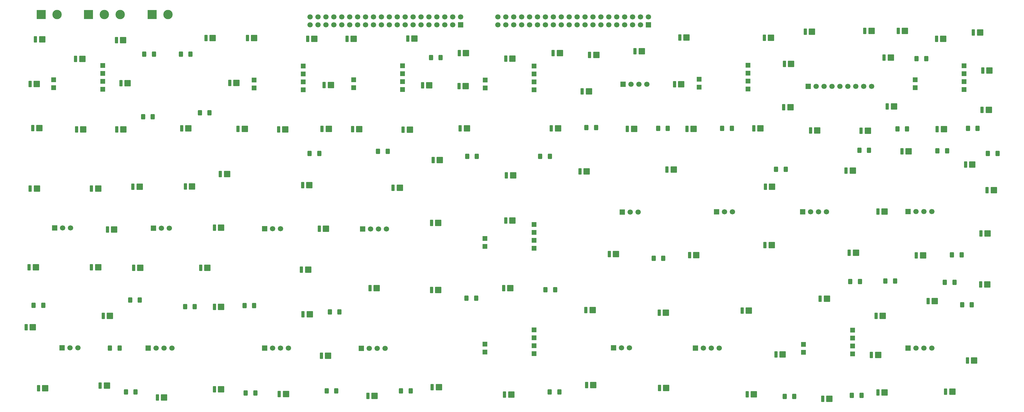
<source format=gbr>
%TF.GenerationSoftware,KiCad,Pcbnew,9.0.2*%
%TF.CreationDate,2025-07-01T18:23:21+02:00*%
%TF.ProjectId,lights,6c696768-7473-42e6-9b69-6361645f7063,rev?*%
%TF.SameCoordinates,Original*%
%TF.FileFunction,Soldermask,Top*%
%TF.FilePolarity,Negative*%
%FSLAX46Y46*%
G04 Gerber Fmt 4.6, Leading zero omitted, Abs format (unit mm)*
G04 Created by KiCad (PCBNEW 9.0.2) date 2025-07-01 18:23:21*
%MOMM*%
%LPD*%
G01*
G04 APERTURE LIST*
G04 Aperture macros list*
%AMRoundRect*
0 Rectangle with rounded corners*
0 $1 Rounding radius*
0 $2 $3 $4 $5 $6 $7 $8 $9 X,Y pos of 4 corners*
0 Add a 4 corners polygon primitive as box body*
4,1,4,$2,$3,$4,$5,$6,$7,$8,$9,$2,$3,0*
0 Add four circle primitives for the rounded corners*
1,1,$1+$1,$2,$3*
1,1,$1+$1,$4,$5*
1,1,$1+$1,$6,$7*
1,1,$1+$1,$8,$9*
0 Add four rect primitives between the rounded corners*
20,1,$1+$1,$2,$3,$4,$5,0*
20,1,$1+$1,$4,$5,$6,$7,0*
20,1,$1+$1,$6,$7,$8,$9,0*
20,1,$1+$1,$8,$9,$2,$3,0*%
G04 Aperture macros list end*
%ADD10R,3.000000X3.000000*%
%ADD11C,3.000000*%
%ADD12RoundRect,0.165000X-0.385000X-0.885000X0.385000X-0.885000X0.385000X0.885000X-0.385000X0.885000X0*%
%ADD13RoundRect,0.315000X-0.735000X-0.735000X0.735000X-0.735000X0.735000X0.735000X-0.735000X0.735000X0*%
%ADD14RoundRect,0.250000X-0.400000X-0.625000X0.400000X-0.625000X0.400000X0.625000X-0.400000X0.625000X0*%
%ADD15R,1.700000X1.700000*%
%ADD16C,1.700000*%
%ADD17R,1.500000X1.500000*%
G04 APERTURE END LIST*
D10*
%TO.C,J22*%
X93575000Y-82250000D03*
D11*
X98655000Y-82250000D03*
%TD*%
D12*
%TO.C,D83*%
X183360000Y-201700000D03*
D13*
X185510000Y-201700000D03*
%TD*%
D14*
%TO.C,R25*%
X80050000Y-189200000D03*
X83150000Y-189200000D03*
%TD*%
%TO.C,R2*%
X90700000Y-115000000D03*
X93800000Y-115000000D03*
%TD*%
D12*
%TO.C,D34*%
X248400000Y-94050000D03*
D13*
X250550000Y-94050000D03*
%TD*%
D12*
%TO.C,D56*%
X74160000Y-163300000D03*
D13*
X76310000Y-163300000D03*
%TD*%
D14*
%TO.C,R5*%
X144100000Y-126800000D03*
X147200000Y-126800000D03*
%TD*%
D12*
%TO.C,D36*%
X265060000Y-118900000D03*
D13*
X267210000Y-118900000D03*
%TD*%
D15*
%TO.C,J5*%
X64760000Y-189100000D03*
D16*
X67300000Y-189100000D03*
X69840000Y-189100000D03*
%TD*%
D17*
%TO.C,KR3*%
X142000000Y-98800000D03*
X142000000Y-101340000D03*
X142000000Y-103880000D03*
X142000000Y-106420000D03*
X126300000Y-103300000D03*
X126300000Y-105840000D03*
%TD*%
D12*
%TO.C,D98*%
X338560000Y-159500000D03*
D13*
X340710000Y-159500000D03*
%TD*%
D12*
%TO.C,D4*%
X82260000Y-119100000D03*
D13*
X84410000Y-119100000D03*
%TD*%
D12*
%TO.C,D70*%
X141960000Y-178400000D03*
D13*
X144110000Y-178400000D03*
%TD*%
D12*
%TO.C,D60*%
X115460000Y-133400000D03*
D13*
X117610000Y-133400000D03*
%TD*%
D14*
%TO.C,R14*%
X332500000Y-118900000D03*
X335600000Y-118900000D03*
%TD*%
D12*
%TO.C,D18*%
X157860000Y-119000000D03*
D13*
X160010000Y-119000000D03*
%TD*%
D12*
%TO.C,D76*%
X113560000Y-202400000D03*
D13*
X115710000Y-202400000D03*
%TD*%
D14*
%TO.C,R32*%
X293600000Y-131900000D03*
X296700000Y-131900000D03*
%TD*%
D12*
%TO.C,D16*%
X134160000Y-119100000D03*
D13*
X136310000Y-119100000D03*
%TD*%
D12*
%TO.C,D74*%
X76960000Y-201200000D03*
D13*
X79110000Y-201200000D03*
%TD*%
D12*
%TO.C,D106*%
X293560000Y-191200000D03*
D13*
X295710000Y-191200000D03*
%TD*%
D12*
%TO.C,D3*%
X83600000Y-104300000D03*
D13*
X85750000Y-104300000D03*
%TD*%
D12*
%TO.C,D31*%
X245950000Y-118900000D03*
D13*
X248100000Y-118900000D03*
%TD*%
D12*
%TO.C,D40*%
X296060000Y-112000000D03*
D13*
X298210000Y-112000000D03*
%TD*%
D12*
%TO.C,D79*%
X147860000Y-191700000D03*
D13*
X150010000Y-191700000D03*
%TD*%
D12*
%TO.C,D45*%
X322060000Y-87500000D03*
D13*
X324210000Y-87500000D03*
%TD*%
D12*
%TO.C,D113*%
X359160000Y-168800000D03*
D13*
X361310000Y-168800000D03*
%TD*%
D12*
%TO.C,D92*%
X290160000Y-137500000D03*
D13*
X292310000Y-137500000D03*
%TD*%
D15*
%TO.C,J15*%
X241500000Y-189100000D03*
D16*
X244040000Y-189100000D03*
X246580000Y-189100000D03*
%TD*%
D12*
%TO.C,D101*%
X232860000Y-201100000D03*
D13*
X235010000Y-201100000D03*
%TD*%
D12*
%TO.C,D26*%
X222150000Y-94600000D03*
D13*
X224300000Y-94600000D03*
%TD*%
D12*
%TO.C,D49*%
X359860000Y-100200000D03*
D13*
X362010000Y-100200000D03*
%TD*%
D12*
%TO.C,D2*%
X82160000Y-90500000D03*
D13*
X84310000Y-90500000D03*
%TD*%
D14*
%TO.C,R19*%
X55600000Y-175500000D03*
X58700000Y-175500000D03*
%TD*%
D12*
%TO.C,D13*%
X148760000Y-104900000D03*
D13*
X150910000Y-104900000D03*
%TD*%
D12*
%TO.C,D107*%
X284360000Y-204000000D03*
D13*
X286510000Y-204000000D03*
%TD*%
D12*
%TO.C,D39*%
X296260000Y-98100000D03*
D13*
X298410000Y-98100000D03*
%TD*%
D12*
%TO.C,D68*%
X183160000Y-149100000D03*
D13*
X185310000Y-149100000D03*
%TD*%
D14*
%TO.C,R34*%
X347700000Y-168100000D03*
X350800000Y-168100000D03*
%TD*%
D12*
%TO.C,D1*%
X56200000Y-90200000D03*
D13*
X58350000Y-90200000D03*
%TD*%
D12*
%TO.C,D109*%
X342360000Y-174100000D03*
D13*
X344510000Y-174100000D03*
%TD*%
D12*
%TO.C,D103*%
X256250000Y-202000000D03*
D13*
X258400000Y-202000000D03*
%TD*%
D14*
%TO.C,R22*%
X123200000Y-175600000D03*
X126300000Y-175600000D03*
%TD*%
D12*
%TO.C,D37*%
X286460000Y-118800000D03*
D13*
X288610000Y-118800000D03*
%TD*%
D12*
%TO.C,D62*%
X113560000Y-150600000D03*
D13*
X115710000Y-150600000D03*
%TD*%
D12*
%TO.C,D89*%
X240160000Y-159100000D03*
D13*
X242310000Y-159100000D03*
%TD*%
D12*
%TO.C,D25*%
X206960000Y-96400000D03*
D13*
X209110000Y-96400000D03*
%TD*%
D12*
%TO.C,D86*%
X206260000Y-170000000D03*
D13*
X208410000Y-170000000D03*
%TD*%
D12*
%TO.C,D105*%
X307760000Y-173400000D03*
D13*
X309910000Y-173400000D03*
%TD*%
D12*
%TO.C,D88*%
X230760000Y-132600000D03*
D13*
X232910000Y-132600000D03*
%TD*%
D12*
%TO.C,D44*%
X328250000Y-96100000D03*
D13*
X330400000Y-96100000D03*
%TD*%
D12*
%TO.C,D21*%
X175560000Y-90000000D03*
D13*
X177710000Y-90000000D03*
%TD*%
D14*
%TO.C,R28*%
X173400000Y-202900000D03*
X176500000Y-202900000D03*
%TD*%
%TO.C,R27*%
X123600000Y-203600000D03*
X126700000Y-203600000D03*
%TD*%
D12*
%TO.C,D47*%
X356860000Y-88000000D03*
D13*
X359010000Y-88000000D03*
%TD*%
D12*
%TO.C,D114*%
X326260000Y-203400000D03*
D13*
X328410000Y-203400000D03*
%TD*%
D14*
%TO.C,R15*%
X355100000Y-118800000D03*
X358200000Y-118800000D03*
%TD*%
D12*
%TO.C,D85*%
X206960000Y-148300000D03*
D13*
X209110000Y-148300000D03*
%TD*%
D12*
%TO.C,D7*%
X55300000Y-118700000D03*
D13*
X57450000Y-118700000D03*
%TD*%
D14*
%TO.C,R40*%
X361500000Y-126800000D03*
X364600000Y-126800000D03*
%TD*%
D15*
%TO.C,J6*%
X92360000Y-189200000D03*
D16*
X94900000Y-189200000D03*
X97440000Y-189200000D03*
X99980000Y-189200000D03*
%TD*%
D12*
%TO.C,D82*%
X183160000Y-170600000D03*
D13*
X185310000Y-170600000D03*
%TD*%
D17*
%TO.C,KR9*%
X284650000Y-98550000D03*
X284650000Y-101090000D03*
X284650000Y-103630000D03*
X284650000Y-106170000D03*
X268950000Y-103050000D03*
X268950000Y-105590000D03*
%TD*%
%TO.C,KR2*%
X353900000Y-98660000D03*
X353900000Y-101200000D03*
X353900000Y-103740000D03*
X353900000Y-106280000D03*
X338200000Y-103160000D03*
X338200000Y-105700000D03*
%TD*%
D12*
%TO.C,D80*%
X162760000Y-204500000D03*
D13*
X164910000Y-204500000D03*
%TD*%
D14*
%TO.C,R16*%
X338650000Y-96400000D03*
X341750000Y-96400000D03*
%TD*%
D12*
%TO.C,D95*%
X317050000Y-158600000D03*
D13*
X319200000Y-158600000D03*
%TD*%
D12*
%TO.C,D104*%
X282750000Y-177200000D03*
D13*
X284900000Y-177200000D03*
%TD*%
D12*
%TO.C,D24*%
X192360000Y-118800000D03*
D13*
X194510000Y-118800000D03*
%TD*%
D12*
%TO.C,D57*%
X79260000Y-151200000D03*
D13*
X81410000Y-151200000D03*
%TD*%
D12*
%TO.C,D5*%
X69060000Y-96500000D03*
D13*
X71210000Y-96500000D03*
%TD*%
D12*
%TO.C,D90*%
X258650000Y-132000000D03*
D13*
X260800000Y-132000000D03*
%TD*%
D14*
%TO.C,R10*%
X232800000Y-118500000D03*
X235900000Y-118500000D03*
%TD*%
D15*
%TO.C,J2*%
X62360000Y-150700000D03*
D16*
X64900000Y-150700000D03*
X67440000Y-150700000D03*
%TD*%
D14*
%TO.C,R26*%
X104150000Y-175900000D03*
X107250000Y-175900000D03*
%TD*%
D12*
%TO.C,D28*%
X191960000Y-105200000D03*
D13*
X194110000Y-105200000D03*
%TD*%
D14*
%TO.C,R1*%
X91100000Y-95000000D03*
X94200000Y-95000000D03*
%TD*%
D12*
%TO.C,D42*%
X320860000Y-119500000D03*
D13*
X323010000Y-119500000D03*
%TD*%
D12*
%TO.C,D72*%
X53200000Y-182500000D03*
D13*
X55350000Y-182500000D03*
%TD*%
D12*
%TO.C,D99*%
X359250000Y-152500000D03*
D13*
X361400000Y-152500000D03*
%TD*%
D12*
%TO.C,D51*%
X345260000Y-119000000D03*
D13*
X347410000Y-119000000D03*
%TD*%
D12*
%TO.C,D91*%
X265860000Y-159400000D03*
D13*
X268010000Y-159400000D03*
%TD*%
D12*
%TO.C,D78*%
X134360000Y-203900000D03*
D13*
X136510000Y-203900000D03*
%TD*%
D15*
%TO.C,J13*%
X303940000Y-105300000D03*
D16*
X306480000Y-105300000D03*
X309020000Y-105300000D03*
X311560000Y-105300000D03*
X314100000Y-105300000D03*
X316640000Y-105300000D03*
X319180000Y-105300000D03*
X321720000Y-105300000D03*
X324260000Y-105300000D03*
%TD*%
D12*
%TO.C,D15*%
X148060000Y-118900000D03*
D13*
X150210000Y-118900000D03*
%TD*%
D17*
%TO.C,KR6*%
X216000000Y-183400000D03*
X216000000Y-185940000D03*
X216000000Y-188480000D03*
X216000000Y-191020000D03*
X200300000Y-187900000D03*
X200300000Y-190440000D03*
%TD*%
D12*
%TO.C,D73*%
X57200000Y-202100000D03*
D13*
X59350000Y-202100000D03*
%TD*%
D12*
%TO.C,D29*%
X233850000Y-95200000D03*
D13*
X236000000Y-95200000D03*
%TD*%
D14*
%TO.C,R24*%
X149550000Y-202900000D03*
X152650000Y-202900000D03*
%TD*%
D12*
%TO.C,D14*%
X121160000Y-118900000D03*
D13*
X123310000Y-118900000D03*
%TD*%
D14*
%TO.C,R38*%
X317400000Y-167900000D03*
X320500000Y-167900000D03*
%TD*%
D12*
%TO.C,D102*%
X256150000Y-177900000D03*
D13*
X258300000Y-177900000D03*
%TD*%
D14*
%TO.C,R18*%
X350000000Y-159300000D03*
X353100000Y-159300000D03*
%TD*%
D12*
%TO.C,D38*%
X302960000Y-87800000D03*
D13*
X305110000Y-87800000D03*
%TD*%
D12*
%TO.C,D65*%
X147160000Y-150900000D03*
D13*
X149310000Y-150900000D03*
%TD*%
D12*
%TO.C,D63*%
X109160000Y-163500000D03*
D13*
X111310000Y-163500000D03*
%TD*%
D12*
%TO.C,D48*%
X345060000Y-90100000D03*
D13*
X347210000Y-90100000D03*
%TD*%
D12*
%TO.C,D46*%
X332750000Y-87500000D03*
D13*
X334900000Y-87500000D03*
%TD*%
D12*
%TO.C,D66*%
X141460000Y-164100000D03*
D13*
X143610000Y-164100000D03*
%TD*%
D14*
%TO.C,R11*%
X255800000Y-118800000D03*
X258900000Y-118800000D03*
%TD*%
D12*
%TO.C,D20*%
X174060000Y-119200000D03*
D13*
X176210000Y-119200000D03*
%TD*%
D12*
%TO.C,D19*%
X103060000Y-118800000D03*
D13*
X105210000Y-118800000D03*
%TD*%
D12*
%TO.C,D9*%
X110860000Y-89800000D03*
D13*
X113010000Y-89800000D03*
%TD*%
D12*
%TO.C,D71*%
X77900000Y-178900000D03*
D13*
X80050000Y-178900000D03*
%TD*%
D12*
%TO.C,D100*%
X232660000Y-177000000D03*
D13*
X234810000Y-177000000D03*
%TD*%
D15*
%TO.C,J17*%
X335890000Y-145400000D03*
D16*
X338430000Y-145400000D03*
X340970000Y-145400000D03*
X343510000Y-145400000D03*
%TD*%
D15*
%TO.C,J11*%
X244300000Y-145600000D03*
D16*
X246840000Y-145600000D03*
X249380000Y-145600000D03*
%TD*%
D14*
%TO.C,R7*%
X183000000Y-96100000D03*
X186100000Y-96100000D03*
%TD*%
%TO.C,R31*%
X254350000Y-160400000D03*
X257450000Y-160400000D03*
%TD*%
%TO.C,R29*%
X194350000Y-173200000D03*
X197450000Y-173200000D03*
%TD*%
%TO.C,R8*%
X194600000Y-127700000D03*
X197700000Y-127700000D03*
%TD*%
D12*
%TO.C,D55*%
X54160000Y-163300000D03*
D13*
X56310000Y-163300000D03*
%TD*%
D17*
%TO.C,KR7*%
X216050000Y-98750000D03*
X216050000Y-101290000D03*
X216050000Y-103830000D03*
X216050000Y-106370000D03*
X200350000Y-103250000D03*
X200350000Y-105790000D03*
%TD*%
D14*
%TO.C,R36*%
X296350000Y-204700000D03*
X299450000Y-204700000D03*
%TD*%
D12*
%TO.C,D87*%
X206560000Y-204100000D03*
D13*
X208710000Y-204100000D03*
%TD*%
D12*
%TO.C,D59*%
X104260000Y-137400000D03*
D13*
X106410000Y-137400000D03*
%TD*%
D12*
%TO.C,D58*%
X87460000Y-137500000D03*
D13*
X89610000Y-137500000D03*
%TD*%
D12*
%TO.C,D97*%
X326250000Y-145400000D03*
D13*
X328400000Y-145400000D03*
%TD*%
D14*
%TO.C,R33*%
X328650000Y-167700000D03*
X331750000Y-167700000D03*
%TD*%
D12*
%TO.C,D22*%
X180260000Y-105000000D03*
D13*
X182410000Y-105000000D03*
%TD*%
D12*
%TO.C,D81*%
X183660000Y-128900000D03*
D13*
X185810000Y-128900000D03*
%TD*%
D14*
%TO.C,R37*%
X317900000Y-204400000D03*
X321000000Y-204400000D03*
%TD*%
%TO.C,R17*%
X345350000Y-126000000D03*
X348450000Y-126000000D03*
%TD*%
%TO.C,R9*%
X218000000Y-127700000D03*
X221100000Y-127700000D03*
%TD*%
D12*
%TO.C,D17*%
X156060000Y-90100000D03*
D13*
X158210000Y-90100000D03*
%TD*%
D12*
%TO.C,D11*%
X118460000Y-104200000D03*
D13*
X120610000Y-104200000D03*
%TD*%
D12*
%TO.C,D64*%
X141860000Y-137000000D03*
D13*
X144010000Y-137000000D03*
%TD*%
D12*
%TO.C,D54*%
X74160000Y-138100000D03*
D13*
X76310000Y-138100000D03*
%TD*%
D14*
%TO.C,R4*%
X108900000Y-113800000D03*
X112000000Y-113800000D03*
%TD*%
D17*
%TO.C,KR8*%
X318100000Y-183480000D03*
X318100000Y-186020000D03*
X318100000Y-188560000D03*
X318100000Y-191100000D03*
X302400000Y-187980000D03*
X302400000Y-190520000D03*
%TD*%
D14*
%TO.C,R35*%
X221050000Y-203300000D03*
X224150000Y-203300000D03*
%TD*%
D15*
%TO.C,J18*%
X267760000Y-189200000D03*
D16*
X270300000Y-189200000D03*
X272840000Y-189200000D03*
X275380000Y-189200000D03*
%TD*%
D12*
%TO.C,D94*%
X316060000Y-132300000D03*
D13*
X318210000Y-132300000D03*
%TD*%
D12*
%TO.C,D10*%
X124160000Y-89800000D03*
D13*
X126310000Y-89800000D03*
%TD*%
D12*
%TO.C,D27*%
X221560000Y-118800000D03*
D13*
X223710000Y-118800000D03*
%TD*%
D12*
%TO.C,D93*%
X290060000Y-156200000D03*
D13*
X292210000Y-156200000D03*
%TD*%
D12*
%TO.C,D52*%
X354350000Y-130400000D03*
D13*
X356500000Y-130400000D03*
%TD*%
D15*
%TO.C,J16*%
X302160000Y-145500000D03*
D16*
X304700000Y-145500000D03*
X307240000Y-145500000D03*
X309780000Y-145500000D03*
%TD*%
D12*
%TO.C,D8*%
X69360000Y-119100000D03*
D13*
X71510000Y-119100000D03*
%TD*%
D12*
%TO.C,D112*%
X347960000Y-203200000D03*
D13*
X350110000Y-203200000D03*
%TD*%
D12*
%TO.C,D111*%
X325660000Y-178900000D03*
D13*
X327810000Y-178900000D03*
%TD*%
D12*
%TO.C,D41*%
X304660000Y-119400000D03*
D13*
X306810000Y-119400000D03*
%TD*%
D12*
%TO.C,D12*%
X143460000Y-90100000D03*
D13*
X145610000Y-90100000D03*
%TD*%
D15*
%TO.C,J12*%
X244560000Y-104600000D03*
D16*
X247100000Y-104600000D03*
X249640000Y-104600000D03*
X252180000Y-104600000D03*
%TD*%
D12*
%TO.C,D116*%
X361260000Y-138600000D03*
D13*
X363410000Y-138600000D03*
%TD*%
D12*
%TO.C,D108*%
X308560000Y-205500000D03*
D13*
X310710000Y-205500000D03*
%TD*%
D12*
%TO.C,D43*%
X329260000Y-111700000D03*
D13*
X331410000Y-111700000D03*
%TD*%
D14*
%TO.C,R21*%
X85200000Y-203300000D03*
X88300000Y-203300000D03*
%TD*%
D12*
%TO.C,D67*%
X170850000Y-137800000D03*
D13*
X173000000Y-137800000D03*
%TD*%
D12*
%TO.C,D32*%
X261060000Y-104600000D03*
D13*
X263210000Y-104600000D03*
%TD*%
D15*
%TO.C,J8*%
X161060000Y-151000000D03*
D16*
X163600000Y-151000000D03*
X166140000Y-151000000D03*
X168680000Y-151000000D03*
%TD*%
D17*
%TO.C,KR4*%
X216000000Y-149600000D03*
X216000000Y-152140000D03*
X216000000Y-154680000D03*
X216000000Y-157220000D03*
X200300000Y-154100000D03*
X200300000Y-156640000D03*
%TD*%
D12*
%TO.C,D77*%
X113560000Y-176000000D03*
D13*
X115710000Y-176000000D03*
%TD*%
D14*
%TO.C,R12*%
X276350000Y-118800000D03*
X279450000Y-118800000D03*
%TD*%
D15*
%TO.C,J9*%
X160690000Y-189300000D03*
D16*
X163230000Y-189300000D03*
X165770000Y-189300000D03*
X168310000Y-189300000D03*
%TD*%
D15*
%TO.C,J14*%
X274560000Y-145500000D03*
D16*
X277100000Y-145500000D03*
X279640000Y-145500000D03*
%TD*%
D12*
%TO.C,D30*%
X231460000Y-106900000D03*
D13*
X233610000Y-106900000D03*
%TD*%
D12*
%TO.C,D84*%
X207160000Y-133800000D03*
D13*
X209310000Y-133800000D03*
%TD*%
D12*
%TO.C,D33*%
X262760000Y-89600000D03*
D13*
X264910000Y-89600000D03*
%TD*%
D14*
%TO.C,R39*%
X353250000Y-175300000D03*
X356350000Y-175300000D03*
%TD*%
%TO.C,R3*%
X102800000Y-95000000D03*
X105900000Y-95000000D03*
%TD*%
D15*
%TO.C,J19*%
X335890000Y-189200000D03*
D16*
X338430000Y-189200000D03*
X340970000Y-189200000D03*
X343510000Y-189200000D03*
%TD*%
D12*
%TO.C,D69*%
X163460000Y-170000000D03*
D13*
X165610000Y-170000000D03*
%TD*%
D14*
%TO.C,R6*%
X166000000Y-126100000D03*
X169100000Y-126100000D03*
%TD*%
D15*
%TO.C,J4*%
X129660000Y-150900000D03*
D16*
X132200000Y-150900000D03*
X134740000Y-150900000D03*
%TD*%
D12*
%TO.C,D61*%
X87650000Y-163500000D03*
D13*
X89800000Y-163500000D03*
%TD*%
D12*
%TO.C,D115*%
X354960000Y-193200000D03*
D13*
X357110000Y-193200000D03*
%TD*%
D12*
%TO.C,D50*%
X359660000Y-112800000D03*
D13*
X361810000Y-112800000D03*
%TD*%
D12*
%TO.C,D6*%
X54460000Y-104500000D03*
D13*
X56610000Y-104500000D03*
%TD*%
D12*
%TO.C,D35*%
X289860000Y-89700000D03*
D13*
X292010000Y-89700000D03*
%TD*%
D15*
%TO.C,J7*%
X129690000Y-189200000D03*
D16*
X132230000Y-189200000D03*
X134770000Y-189200000D03*
X137310000Y-189200000D03*
%TD*%
D14*
%TO.C,R20*%
X86550000Y-173800000D03*
X89650000Y-173800000D03*
%TD*%
D17*
%TO.C,KR1*%
X77750000Y-98650000D03*
X77750000Y-101190000D03*
X77750000Y-103730000D03*
X77750000Y-106270000D03*
X62050000Y-103150000D03*
X62050000Y-105690000D03*
%TD*%
D15*
%TO.C,J3*%
X94060000Y-150800000D03*
D16*
X96600000Y-150800000D03*
X99140000Y-150800000D03*
%TD*%
D12*
%TO.C,D75*%
X95260000Y-205000000D03*
D13*
X97410000Y-205000000D03*
%TD*%
D12*
%TO.C,D110*%
X324160000Y-191400000D03*
D13*
X326310000Y-191400000D03*
%TD*%
D14*
%TO.C,R23*%
X150550000Y-177600000D03*
X153650000Y-177600000D03*
%TD*%
D17*
%TO.C,KR5*%
X173900000Y-98700000D03*
X173900000Y-101240000D03*
X173900000Y-103780000D03*
X173900000Y-106320000D03*
X158200000Y-103200000D03*
X158200000Y-105740000D03*
%TD*%
D12*
%TO.C,D23*%
X192060000Y-94600000D03*
D13*
X194210000Y-94600000D03*
%TD*%
D14*
%TO.C,R13*%
X320300000Y-125800000D03*
X323400000Y-125800000D03*
%TD*%
D12*
%TO.C,D96*%
X333950000Y-126100000D03*
D13*
X336100000Y-126100000D03*
%TD*%
D14*
%TO.C,R30*%
X219700000Y-170500000D03*
X222800000Y-170500000D03*
%TD*%
D12*
%TO.C,D53*%
X54500000Y-138100000D03*
D13*
X56650000Y-138100000D03*
%TD*%
D10*
%TO.C,J20*%
X73200000Y-82300000D03*
D11*
X78280000Y-82300000D03*
X83360000Y-82300000D03*
%TD*%
D15*
%TO.C,J1*%
X252680000Y-85600000D03*
D16*
X252680000Y-83060000D03*
X250140000Y-85600000D03*
X250140000Y-83060000D03*
X247600000Y-85600000D03*
X247600000Y-83060000D03*
X245060000Y-85600000D03*
X245060000Y-83060000D03*
X242520000Y-85600000D03*
X242520000Y-83060000D03*
X239980000Y-85600000D03*
X239980000Y-83060000D03*
X237440000Y-85600000D03*
X237440000Y-83060000D03*
X234900000Y-85600000D03*
X234900000Y-83060000D03*
X232360000Y-85600000D03*
X232360000Y-83060000D03*
X229820000Y-85600000D03*
X229820000Y-83060000D03*
X227280000Y-85600000D03*
X227280000Y-83060000D03*
X224740000Y-85600000D03*
X224740000Y-83060000D03*
X222200000Y-85600000D03*
X222200000Y-83060000D03*
X219660000Y-85600000D03*
X219660000Y-83060000D03*
X217120000Y-85600000D03*
X217120000Y-83060000D03*
X214580000Y-85600000D03*
X214580000Y-83060000D03*
X212040000Y-85600000D03*
X212040000Y-83060000D03*
X209500000Y-85600000D03*
X209500000Y-83060000D03*
X206960000Y-85600000D03*
X206960000Y-83060000D03*
X204420000Y-85600000D03*
X204420000Y-83060000D03*
%TD*%
D15*
%TO.C,J10*%
X192480000Y-85600000D03*
D16*
X192480000Y-83060000D03*
X189940000Y-85600000D03*
X189940000Y-83060000D03*
X187400000Y-85600000D03*
X187400000Y-83060000D03*
X184860000Y-85600000D03*
X184860000Y-83060000D03*
X182320000Y-85600000D03*
X182320000Y-83060000D03*
X179780000Y-85600000D03*
X179780000Y-83060000D03*
X177240000Y-85600000D03*
X177240000Y-83060000D03*
X174700000Y-85600000D03*
X174700000Y-83060000D03*
X172160000Y-85600000D03*
X172160000Y-83060000D03*
X169620000Y-85600000D03*
X169620000Y-83060000D03*
X167080000Y-85600000D03*
X167080000Y-83060000D03*
X164540000Y-85600000D03*
X164540000Y-83060000D03*
X162000000Y-85600000D03*
X162000000Y-83060000D03*
X159460000Y-85600000D03*
X159460000Y-83060000D03*
X156920000Y-85600000D03*
X156920000Y-83060000D03*
X154380000Y-85600000D03*
X154380000Y-83060000D03*
X151840000Y-85600000D03*
X151840000Y-83060000D03*
X149300000Y-85600000D03*
X149300000Y-83060000D03*
X146760000Y-85600000D03*
X146760000Y-83060000D03*
X144220000Y-85600000D03*
X144220000Y-83060000D03*
%TD*%
D10*
%TO.C,J21*%
X58060000Y-82300000D03*
D11*
X63140000Y-82300000D03*
%TD*%
M02*

</source>
